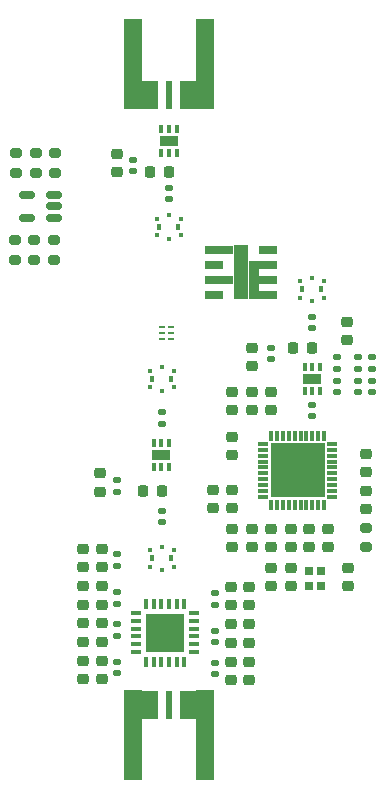
<source format=gtp>
%TF.GenerationSoftware,KiCad,Pcbnew,(6.0.1)*%
%TF.CreationDate,2022-04-26T10:15:20+02:00*%
%TF.ProjectId,XCOMMS_RF,58434f4d-4d53-45f5-9246-2e6b69636164,rev?*%
%TF.SameCoordinates,PX7ed6b40PY82a7440*%
%TF.FileFunction,Paste,Top*%
%TF.FilePolarity,Positive*%
%FSLAX46Y46*%
G04 Gerber Fmt 4.6, Leading zero omitted, Abs format (unit mm)*
G04 Created by KiCad (PCBNEW (6.0.1)) date 2022-04-26 10:15:20*
%MOMM*%
%LPD*%
G01*
G04 APERTURE LIST*
G04 Aperture macros list*
%AMRoundRect*
0 Rectangle with rounded corners*
0 $1 Rounding radius*
0 $2 $3 $4 $5 $6 $7 $8 $9 X,Y pos of 4 corners*
0 Add a 4 corners polygon primitive as box body*
4,1,4,$2,$3,$4,$5,$6,$7,$8,$9,$2,$3,0*
0 Add four circle primitives for the rounded corners*
1,1,$1+$1,$2,$3*
1,1,$1+$1,$4,$5*
1,1,$1+$1,$6,$7*
1,1,$1+$1,$8,$9*
0 Add four rect primitives between the rounded corners*
20,1,$1+$1,$2,$3,$4,$5,0*
20,1,$1+$1,$4,$5,$6,$7,0*
20,1,$1+$1,$6,$7,$8,$9,0*
20,1,$1+$1,$8,$9,$2,$3,0*%
G04 Aperture macros list end*
%ADD10C,0.000000*%
%ADD11RoundRect,0.218750X0.218750X0.256250X-0.218750X0.256250X-0.218750X-0.256250X0.218750X-0.256250X0*%
%ADD12RoundRect,0.225000X-0.250000X0.225000X-0.250000X-0.225000X0.250000X-0.225000X0.250000X0.225000X0*%
%ADD13RoundRect,0.225000X0.250000X-0.225000X0.250000X0.225000X-0.250000X0.225000X-0.250000X-0.225000X0*%
%ADD14RoundRect,0.135000X0.185000X-0.135000X0.185000X0.135000X-0.185000X0.135000X-0.185000X-0.135000X0*%
%ADD15R,0.300000X0.700000*%
%ADD16R,1.500000X0.900000*%
%ADD17RoundRect,0.140000X-0.170000X0.140000X-0.170000X-0.140000X0.170000X-0.140000X0.170000X0.140000X0*%
%ADD18R,0.350000X0.850000*%
%ADD19R,0.850000X0.350000*%
%ADD20R,3.250000X3.250000*%
%ADD21R,0.505000X2.470000*%
%ADD22R,1.577500X7.610000*%
%ADD23R,1.562500X7.620000*%
%ADD24R,1.370000X2.470000*%
%ADD25R,1.355000X2.465000*%
%ADD26R,0.550000X0.250000*%
%ADD27RoundRect,0.140000X0.170000X-0.140000X0.170000X0.140000X-0.170000X0.140000X-0.170000X-0.140000X0*%
%ADD28R,0.400000X0.400000*%
%ADD29R,0.400000X0.300000*%
%ADD30R,0.300000X0.500000*%
%ADD31RoundRect,0.200000X-0.275000X0.200000X-0.275000X-0.200000X0.275000X-0.200000X0.275000X0.200000X0*%
%ADD32R,0.700000X0.800000*%
%ADD33RoundRect,0.200000X0.275000X-0.200000X0.275000X0.200000X-0.275000X0.200000X-0.275000X-0.200000X0*%
%ADD34R,2.390000X0.760000*%
%ADD35R,1.520000X0.760000*%
%ADD36R,1.270000X4.570000*%
%ADD37R,0.870000X3.300000*%
%ADD38R,0.300000X0.900000*%
%ADD39R,0.900000X0.300000*%
%ADD40R,4.600000X4.600000*%
%ADD41RoundRect,0.150000X0.512500X0.150000X-0.512500X0.150000X-0.512500X-0.150000X0.512500X-0.150000X0*%
G04 APERTURE END LIST*
D10*
G36*
X21217952Y12230200D02*
G01*
X19792352Y12230200D01*
X19792352Y13655801D01*
X21217952Y13655801D01*
X21217952Y12230200D01*
G37*
G36*
X19592352Y12230200D02*
G01*
X18166752Y12230200D01*
X18166752Y13655801D01*
X19592352Y13655801D01*
X19592352Y12230200D01*
G37*
D11*
%TO.C,L3*%
X19987500Y51800000D03*
X18412500Y51800000D03*
%TD*%
D12*
%TO.C,C35*%
X25242000Y13460100D03*
X25242000Y11910100D03*
%TD*%
D13*
%TO.C,C12*%
X12700000Y8844000D03*
X12700000Y10394000D03*
%TD*%
D12*
%TO.C,C25*%
X12700000Y16675000D03*
X12700000Y15125000D03*
%TD*%
D14*
%TO.C,R4*%
X37180000Y35112000D03*
X37180000Y36132000D03*
%TD*%
D15*
%TO.C,U2*%
X20026005Y28800000D03*
X19376005Y28800000D03*
X18726005Y28800000D03*
X18726005Y26800000D03*
X19376005Y26800000D03*
X20026005Y26800000D03*
D16*
X19376005Y27800000D03*
%TD*%
D17*
%TO.C,C2*%
X19400000Y31430000D03*
X19400000Y30470000D03*
%TD*%
%TO.C,C34*%
X23866453Y12900000D03*
X23866453Y11940000D03*
%TD*%
D18*
%TO.C,U3*%
X21317362Y15215101D03*
X20667362Y15215101D03*
X20017362Y15215101D03*
X19367362Y15215101D03*
X18717362Y15215101D03*
X18067362Y15215101D03*
D19*
X17242362Y14390101D03*
X17242362Y13740101D03*
X17242362Y13090101D03*
X17242362Y12440101D03*
X17242362Y11790101D03*
X17242362Y11140101D03*
D18*
X18067362Y10315101D03*
X18717362Y10315101D03*
X19367362Y10315101D03*
X20017362Y10315101D03*
X20667362Y10315101D03*
X21317362Y10315101D03*
D19*
X22142362Y11140101D03*
X22142362Y11790101D03*
X22142362Y12440101D03*
X22142362Y13090101D03*
X22142362Y13740101D03*
X22142362Y14390101D03*
D20*
X19692362Y12765101D03*
%TD*%
D21*
%TO.C,J1*%
X19992500Y6674999D03*
D22*
X23031250Y4104999D03*
D23*
X16961250Y4099999D03*
D24*
X18412500Y6674999D03*
D25*
X21615000Y6677499D03*
%TD*%
D26*
%TO.C,FL1*%
X19400000Y38650000D03*
X19400000Y38150000D03*
X19400000Y37650000D03*
X20200000Y37650000D03*
X20200000Y38150000D03*
X20200000Y38650000D03*
%TD*%
D12*
%TO.C,C28*%
X26766000Y16640098D03*
X26766000Y15090098D03*
%TD*%
D13*
%TO.C,C20*%
X26766000Y8717000D03*
X26766000Y10267000D03*
%TD*%
D12*
%TO.C,C3*%
X14200000Y26255000D03*
X14200000Y24705000D03*
%TD*%
%TO.C,C16*%
X14300000Y19875003D03*
X14300000Y18325003D03*
%TD*%
%TO.C,C27*%
X25242000Y16640098D03*
X25242000Y15090098D03*
%TD*%
D27*
%TO.C,C42*%
X28671000Y35936000D03*
X28671000Y36896000D03*
%TD*%
D28*
%TO.C,TP1*%
X19000001Y46400007D03*
X19000001Y47800007D03*
D29*
X20000001Y48100007D03*
X20000001Y46100007D03*
D28*
X21000001Y47800007D03*
D30*
X19200001Y47100007D03*
X20800001Y47100007D03*
D28*
X21000001Y46400007D03*
%TD*%
D17*
%TO.C,C54*%
X20000000Y50400000D03*
X20000000Y49440000D03*
%TD*%
D12*
%TO.C,C47*%
X36672000Y27875000D03*
X36672000Y26325000D03*
%TD*%
%TO.C,C9*%
X25369000Y33127000D03*
X25369000Y31577000D03*
%TD*%
D17*
%TO.C,C15*%
X15599998Y19380004D03*
X15599998Y18420004D03*
%TD*%
D12*
%TO.C,C13*%
X27020000Y33127000D03*
X27020000Y31577000D03*
%TD*%
D27*
%TO.C,C31*%
X15600000Y12520000D03*
X15600000Y13480000D03*
%TD*%
D13*
%TO.C,C7*%
X27020000Y20020000D03*
X27020000Y21570000D03*
%TD*%
D31*
%TO.C,R10*%
X10383000Y53370000D03*
X10383000Y51720000D03*
%TD*%
%TO.C,R7*%
X8605000Y46004000D03*
X8605000Y44354000D03*
%TD*%
D13*
%TO.C,C6*%
X25369000Y23322000D03*
X25369000Y24872000D03*
%TD*%
D14*
%TO.C,R1*%
X34259000Y35090000D03*
X34259000Y36110000D03*
%TD*%
D17*
%TO.C,C1*%
X19400000Y23080000D03*
X19400000Y22120000D03*
%TD*%
D31*
%TO.C,R2*%
X36672000Y21625000D03*
X36672000Y19975000D03*
%TD*%
D32*
%TO.C,Y1*%
X32865217Y16700001D03*
X32865217Y18000001D03*
X31865216Y18000001D03*
X31865216Y16700001D03*
%TD*%
D13*
%TO.C,C43*%
X33497000Y20025005D03*
X33497000Y21575005D03*
%TD*%
D17*
%TO.C,C53*%
X17000000Y52780000D03*
X17000000Y51820000D03*
%TD*%
D13*
%TO.C,C39*%
X31900000Y20025008D03*
X31900000Y21575008D03*
%TD*%
%TO.C,C32*%
X14300000Y11990098D03*
X14300000Y13540098D03*
%TD*%
D33*
%TO.C,R9*%
X8732000Y51720000D03*
X8732000Y53370000D03*
%TD*%
D13*
%TO.C,C49*%
X28671000Y16700000D03*
X28671000Y18250000D03*
%TD*%
%TO.C,C46*%
X36672000Y23225000D03*
X36672000Y24775000D03*
%TD*%
D12*
%TO.C,C24*%
X14300000Y16675000D03*
X14300000Y15125000D03*
%TD*%
D13*
%TO.C,C37*%
X30300000Y20025000D03*
X30300000Y21575000D03*
%TD*%
D28*
%TO.C,TP3*%
X20399999Y19750000D03*
D29*
X19399999Y18050000D03*
D28*
X20399999Y18350000D03*
X18399999Y19750000D03*
D30*
X18599999Y19050000D03*
X20199999Y19050000D03*
D28*
X18399999Y18350000D03*
D29*
X19399999Y20050000D03*
%TD*%
D31*
%TO.C,R5*%
X7081000Y53370000D03*
X7081000Y51720000D03*
%TD*%
D13*
%TO.C,C11*%
X14299998Y8844000D03*
X14299998Y10394000D03*
%TD*%
D34*
%TO.C,U1*%
X24270000Y45179000D03*
D35*
X23835000Y43909000D03*
D34*
X24270000Y42639000D03*
D35*
X23835000Y41369000D03*
X28365000Y41369000D03*
X28365000Y42639000D03*
X28365000Y43909000D03*
X28365000Y45179000D03*
D36*
X26100000Y43274000D03*
D37*
X27170000Y42639000D03*
%TD*%
D17*
%TO.C,C23*%
X15599998Y16180001D03*
X15599998Y15220001D03*
%TD*%
%TO.C,C4*%
X15600000Y25660000D03*
X15600000Y24700000D03*
%TD*%
D27*
%TO.C,C18*%
X23866453Y9254900D03*
X23866453Y10214900D03*
%TD*%
D13*
%TO.C,C45*%
X35148000Y16725000D03*
X35148000Y18275000D03*
%TD*%
D28*
%TO.C,TP2*%
X20399999Y34949995D03*
D30*
X18599999Y34249995D03*
D28*
X20399999Y33549995D03*
D29*
X19399999Y35249995D03*
D28*
X18399999Y33549995D03*
D30*
X20199999Y34249995D03*
D29*
X19399999Y33249995D03*
D28*
X18399999Y34949995D03*
%TD*%
D13*
%TO.C,C19*%
X25242000Y8725000D03*
X25242000Y10275000D03*
%TD*%
D12*
%TO.C,C38*%
X35100000Y39096000D03*
X35100000Y37546000D03*
%TD*%
%TO.C,C8*%
X25369000Y29317000D03*
X25369000Y27767000D03*
%TD*%
D15*
%TO.C,U5*%
X31495988Y33250005D03*
X32145988Y33250005D03*
X32795988Y33250005D03*
X32795988Y35250005D03*
X32145988Y35250005D03*
X31495988Y35250005D03*
D16*
X32145988Y34250005D03*
%TD*%
D27*
%TO.C,C10*%
X15599998Y9338999D03*
X15599998Y10298999D03*
%TD*%
D30*
%TO.C,TP4*%
X31300012Y41826993D03*
D29*
X32100012Y40826993D03*
D28*
X33100012Y42526993D03*
D29*
X32100012Y42826993D03*
D30*
X32900012Y41826993D03*
D28*
X33100012Y41126993D03*
X31100012Y42526993D03*
X31100012Y41126993D03*
%TD*%
D12*
%TO.C,C52*%
X15600000Y53320000D03*
X15600000Y51770000D03*
%TD*%
D17*
%TO.C,C30*%
X34259000Y34079005D03*
X34259000Y33119005D03*
%TD*%
D13*
%TO.C,C5*%
X25369000Y20020000D03*
X25369000Y21570000D03*
%TD*%
D17*
%TO.C,C44*%
X35980000Y34102000D03*
X35980000Y33142000D03*
%TD*%
D11*
%TO.C,L1*%
X19387500Y24750000D03*
X17812500Y24750000D03*
%TD*%
D38*
%TO.C,U4*%
X28649989Y23549998D03*
X29149989Y23549998D03*
X29649989Y23549998D03*
X30149989Y23549998D03*
X30649989Y23549998D03*
X31149989Y23549998D03*
X31649989Y23549998D03*
X32149989Y23549998D03*
X32649989Y23549998D03*
X33149989Y23549998D03*
D39*
X33849989Y24249998D03*
X33849989Y24749998D03*
X33849989Y25249998D03*
X33849989Y25749998D03*
X33849989Y26249998D03*
X33849989Y26749998D03*
X33849989Y27249998D03*
X33849989Y27749998D03*
X33849989Y28249998D03*
X33849989Y28749998D03*
D38*
X33149989Y29449998D03*
X32649989Y29449998D03*
X32149989Y29449998D03*
X31649989Y29449998D03*
X31149989Y29449998D03*
X30649989Y29449998D03*
X30149989Y29449998D03*
X29649989Y29449998D03*
X29149989Y29449998D03*
X28649989Y29449998D03*
D39*
X27949989Y28749998D03*
X27949989Y28249998D03*
X27949989Y27749998D03*
X27949989Y27249998D03*
X27949989Y26749998D03*
X27949989Y26249998D03*
X27949989Y25749998D03*
X27949989Y25249998D03*
X27949989Y24749998D03*
X27949989Y24249998D03*
D40*
X30899989Y26499998D03*
%TD*%
D17*
%TO.C,C48*%
X37180000Y34102000D03*
X37180000Y33142000D03*
%TD*%
D13*
%TO.C,C40*%
X23718000Y23322000D03*
X23718000Y24872000D03*
%TD*%
D12*
%TO.C,C51*%
X30300004Y18249995D03*
X30300004Y16699995D03*
%TD*%
D13*
%TO.C,C33*%
X12700004Y11990098D03*
X12700004Y13540098D03*
%TD*%
D27*
%TO.C,C29*%
X32150002Y31095805D03*
X32150002Y32055805D03*
%TD*%
D31*
%TO.C,R6*%
X6954000Y46004000D03*
X6954000Y44354000D03*
%TD*%
D15*
%TO.C,U8*%
X20650001Y55399993D03*
X20000001Y55399993D03*
X19350001Y55399993D03*
X19350001Y53399993D03*
X20000001Y53399993D03*
X20650001Y53399993D03*
D16*
X20000001Y54399993D03*
%TD*%
D33*
%TO.C,R8*%
X10256000Y44354000D03*
X10256000Y46004000D03*
%TD*%
D12*
%TO.C,C17*%
X12700000Y19875003D03*
X12700000Y18325003D03*
%TD*%
D21*
%TO.C,J2*%
X20007501Y58325005D03*
D25*
X18385001Y58322505D03*
D23*
X23038751Y60900005D03*
D22*
X16968751Y60895005D03*
D24*
X21587501Y58325005D03*
%TD*%
D13*
%TO.C,C21*%
X28671000Y20020000D03*
X28671000Y21570000D03*
%TD*%
D14*
%TO.C,R3*%
X35980000Y35112000D03*
X35980000Y36132000D03*
%TD*%
D13*
%TO.C,C41*%
X27020000Y35325000D03*
X27020000Y36875000D03*
%TD*%
D12*
%TO.C,C14*%
X28671000Y33127000D03*
X28671000Y31577000D03*
%TD*%
D11*
%TO.C,L2*%
X32087500Y36900000D03*
X30512500Y36900000D03*
%TD*%
D27*
%TO.C,C22*%
X32097995Y38547000D03*
X32097995Y39507000D03*
%TD*%
D12*
%TO.C,C36*%
X26766000Y13460100D03*
X26766000Y11910100D03*
%TD*%
D41*
%TO.C,U6*%
X10250500Y47912000D03*
X10250500Y48862000D03*
X10250500Y49812000D03*
X7975500Y49812000D03*
X7975500Y47912000D03*
%TD*%
D17*
%TO.C,C26*%
X23866453Y16079998D03*
X23866453Y15119998D03*
%TD*%
M02*

</source>
